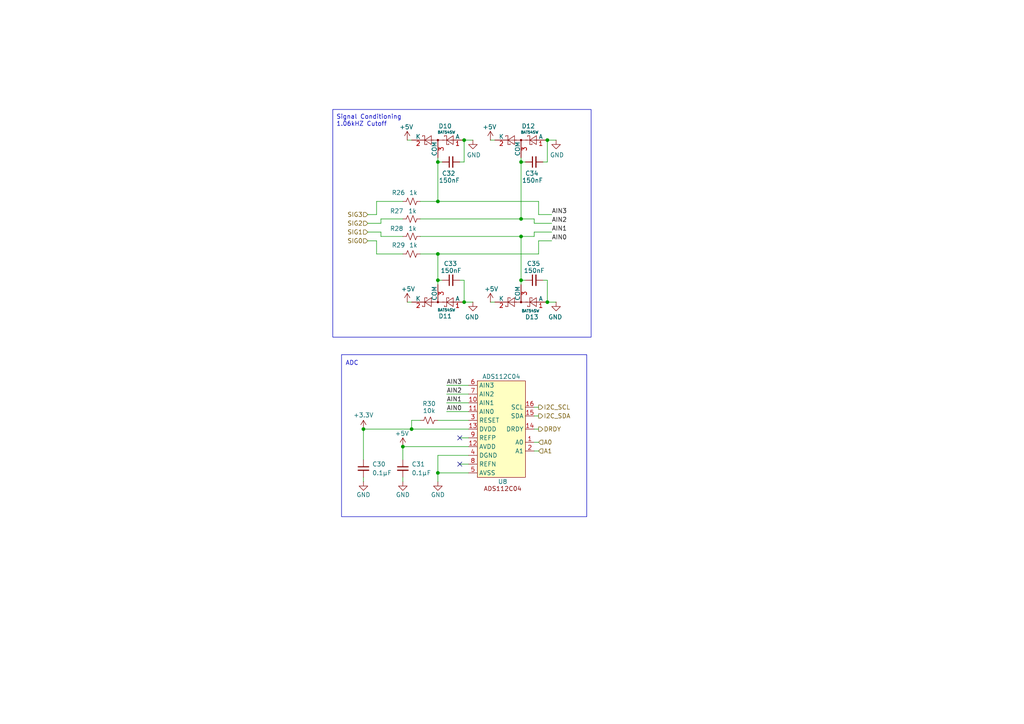
<source format=kicad_sch>
(kicad_sch (version 20250114) (generator "eeschema") (generator_version "9.0")
  (paper "A4")
  (lib_symbols
    (symbol "ADS112C04_1"
      (property "Reference" "U" (at -0.762 -12.7 0))
      (symbol "ADS112C04_1_1_1"
        (rectangle (start -7.62 16.51) (end 6.35 -11.43) (fill (type background)))
        (text "ADS112C04" (at -0.254 -14.732 0) (effects (font (size 1.27 1.27))))
        (pin input line (at -10.16 15.24 0) (length 2.54) (name "AIN3") (number "6"))
        (pin input line (at -10.16 12.7 0) (length 2.54) (name "AIN2") (number "7"))
        (pin input line (at -10.16 10.16 0) (length 2.54) (name "AIN1") (number "10"))
        (pin input line (at -10.16 7.62 0) (length 2.54) (name "AIN0") (number "11"))
        (pin input line (at -10.16 5.08 0) (length 2.54) (name "RESET") (number "3"))
        (pin power_in line (at -10.16 2.54 0) (length 2.54) (name "DVDD") (number "13"))
        (pin input line (at -10.16 0 0) (length 2.54) (name "REFP") (number "9"))
        (pin power_in line (at -10.16 -2.54 0) (length 2.54) (name "AVDD") (number "12"))
        (pin power_in line (at -10.16 -5.08 0) (length 2.54) (name "DGND") (number "4"))
        (pin input line (at -10.16 -7.62 0) (length 2.54) (name "REFN") (number "8"))
        (pin power_in line (at -10.16 -10.16 0) (length 2.54) (name "AVSS") (number "5"))
        (pin input line (at 8.89 8.89 180) (length 2.54) (name "SCL") (number "16"))
        (pin bidirectional line (at 8.89 6.35 180) (length 2.54) (name "SDA") (number "15"))
        (pin output line (at 8.89 2.54 180) (length 2.54) (name "DRDY") (number "14"))
        (pin input line (at 8.89 -1.27 180) (length 2.54) (name "A0") (number "1"))
        (pin input line (at 8.89 -3.81 180) (length 2.54) (name "A1") (number "2"))
      )
    )
    (symbol "Device:C_Small" (pin_numbers (hide yes)) (pin_names (offset 0.254) (hide yes))
      (property "Reference" "C" (at 0.254 1.778 0))
      (property "Value" "C_Small" (at 0.254 -2.032 0))
      (symbol "C_Small_0_1"
        (polyline (pts (xy -1.524 0.508) (xy 1.524 0.508)) (stroke (width 0.3048)))
        (polyline (pts (xy -1.524 -0.508) (xy 1.524 -0.508)) (stroke (width 0.3302)))
      )
      (symbol "C_Small_1_1"
        (pin passive line (at 0 2.54 270) (length 2.032) (name "~") (number "1"))
        (pin passive line (at 0 -2.54 90) (length 2.032) (name "~") (number "2"))
      )
    )
    (symbol "Device:R_Small_US" (pin_numbers (hide yes)) (pin_names (offset 0.254) (hide yes))
      (property "Reference" "R" (at 0.762 0.508 0))
      (property "Value" "R_Small_US" (at 0.762 -1.016 0))
      (symbol "R_Small_US_1_1"
        (polyline (pts (xy 0 1.524) (xy 1.016 1.143) (xy 0 0.762) (xy -1.016 0.381) (xy 0 0)))
        (polyline (pts (xy 0 0) (xy 1.016 -0.381) (xy 0 -0.762) (xy -1.016 -1.143) (xy 0 -1.524)))
        (pin passive line (at 0 2.54 270) (length 1.016) (name "~") (number "1"))
        (pin passive line (at 0 -2.54 90) (length 1.016) (name "~") (number "2"))
      )
    )
    (symbol "Diode:BAT54SW" (pin_names (offset 0))
      (property "Reference" "D" (at 0.635 -3.81 0))
      (property "Value" "BAT54SW" (at -6.35 3.175 0))
      (symbol "BAT54SW_0_1"
        (polyline (pts (xy -4.445 1.27) (xy -4.445 -1.27) (xy -2.54 0) (xy -4.445 1.27)))
        (polyline (pts (xy -3.81 0) (xy -1.27 0)))
        (polyline (pts (xy -3.175 -1.27) (xy -3.175 -1.016)))
        (polyline (pts (xy -2.54 1.27) (xy -1.905 1.27)))
        (polyline (pts (xy -2.54 -1.27) (xy -3.175 -1.27)))
        (polyline (pts (xy -2.54 -1.27) (xy -2.54 1.27)))
        (polyline (pts (xy -1.905 1.27) (xy -1.905 1.016)))
        (polyline (pts (xy -1.905 0) (xy 1.905 0)))
        (circle (center 0 0) (radius 0.254) (fill (type outline)))
        (polyline (pts (xy 1.27 0) (xy 3.81 0)))
        (polyline (pts (xy 1.905 1.27) (xy 1.905 -1.27) (xy 3.81 0) (xy 1.905 1.27)))
        (polyline (pts (xy 3.175 -1.27) (xy 3.175 -1.016)))
        (polyline (pts (xy 3.81 1.27) (xy 4.445 1.27)))
        (polyline (pts (xy 3.81 -1.27) (xy 3.175 -1.27)))
        (polyline (pts (xy 3.81 -1.27) (xy 3.81 1.27)))
        (polyline (pts (xy 4.445 1.27) (xy 4.445 1.016)))
      )
      (symbol "BAT54SW_1_1"
        (pin passive line (at -7.62 0 0) (length 3.81) (name "A") (number "1"))
        (pin passive line (at 0 -5.08 90) (length 5.08) (name "COM") (number "3"))
        (pin passive line (at 7.62 0 180) (length 3.81) (name "K") (number "2"))
      )
    )
    (symbol "power:+3.3V" (power) (pin_numbers (hide yes)) (pin_names (offset 0) (hide yes))
      (property "Value" "+3.3V" (at 0 3.556 0))
      (symbol "+3.3V_0_1"
        (polyline (pts (xy -0.762 1.27) (xy 0 2.54)))
        (polyline (pts (xy 0 2.54) (xy 0.762 1.27)))
        (polyline (pts (xy 0 0) (xy 0 2.54)))
      )
      (symbol "+3.3V_1_1"
        (pin power_in line (at 0 0 90) (length 0) (name "~") (number "1"))
      )
    )
    (symbol "power:GND" (power) (pin_numbers (hide yes)) (pin_names (offset 0) (hide yes))
      (property "Value" "GND" (at 0 -3.81 0))
      (symbol "GND_0_1"
        (polyline (pts (xy 0 0) (xy 0 -1.27) (xy 1.27 -1.27) (xy 0 -2.54) (xy -1.27 -1.27) (xy 0 -1.27)))
      )
      (symbol "GND_1_1"
        (pin power_in line (at 0 0 270) (length 0) (name "~") (number "1"))
      )
    )
  )
  (rectangle (start 96.52 31.75) (end 171.45 97.79))
  (rectangle (start 99.06 102.87) (end 170.18 149.86))
  (text "ADC" (at 102.108 105.41 0) (effects (font (size 1.27 1.27))))
  (text "Signal Conditioning\n1.06kHZ Cutoff" (at 97.536 35.052 0) (effects (font (size 1.27 1.27)) (justify left)))
  (junction (at 158.75 87.63))
  (junction (at 116.84 129.54))
  (junction (at 105.41 124.46))
  (junction (at 151.13 46.99))
  (junction (at 127 58.42))
  (junction (at 119.38 124.46))
  (junction (at 127 137.16))
  (junction (at 127 46.99))
  (junction (at 134.62 87.63))
  (junction (at 158.75 40.64))
  (junction (at 151.13 81.28))
  (junction (at 127 81.28))
  (junction (at 127 73.66))
  (junction (at 134.62 40.64))
  (junction (at 151.13 68.58))
  (junction (at 151.13 63.5))
  (no_connect (at 133.35 127))
  (no_connect (at 133.35 134.62))
  (wire (pts (xy 127 73.66) (xy 127 81.28)))
  (wire (pts (xy 158.75 46.99) (xy 158.75 40.64)))
  (wire (pts (xy 154.94 68.58) (xy 154.94 67.31)))
  (wire (pts (xy 105.41 138.43) (xy 105.41 139.7)))
  (wire (pts (xy 142.24 40.64) (xy 143.51 40.64)))
  (wire (pts (xy 105.41 124.46) (xy 119.38 124.46)))
  (wire (pts (xy 135.89 132.08) (xy 127 132.08)))
  (wire (pts (xy 106.68 64.77) (xy 110.49 64.77)))
  (wire (pts (xy 127 121.92) (xy 135.89 121.92)))
  (wire (pts (xy 127 46.99) (xy 127 45.72)))
  (wire (pts (xy 121.92 121.92) (xy 119.38 121.92)))
  (wire (pts (xy 127 81.28) (xy 127 82.55)))
  (wire (pts (xy 137.16 40.64) (xy 134.62 40.64)))
  (wire (pts (xy 106.68 67.31) (xy 110.49 67.31)))
  (wire (pts (xy 127 132.08) (xy 127 137.16)))
  (wire (pts (xy 134.62 46.99) (xy 133.35 46.99)))
  (wire (pts (xy 116.84 129.54) (xy 135.89 129.54)))
  (wire (pts (xy 129.54 116.84) (xy 135.89 116.84)))
  (wire (pts (xy 152.4 81.28) (xy 151.13 81.28)))
  (wire (pts (xy 129.54 119.38) (xy 135.89 119.38)))
  (wire (pts (xy 156.21 62.23) (xy 160.02 62.23)))
  (wire (pts (xy 121.92 58.42) (xy 127 58.42)))
  (wire (pts (xy 154.94 64.77) (xy 160.02 64.77)))
  (wire (pts (xy 152.4 46.99) (xy 151.13 46.99)))
  (wire (pts (xy 158.75 46.99) (xy 157.48 46.99)))
  (wire (pts (xy 116.84 129.54) (xy 116.84 133.35)))
  (wire (pts (xy 127 46.99) (xy 127 58.42)))
  (wire (pts (xy 154.94 124.46) (xy 156.21 124.46)))
  (wire (pts (xy 156.21 69.85) (xy 160.02 69.85)))
  (wire (pts (xy 154.94 130.81) (xy 156.21 130.81)))
  (wire (pts (xy 110.49 63.5) (xy 116.84 63.5)))
  (wire (pts (xy 156.21 58.42) (xy 156.21 62.23)))
  (wire (pts (xy 109.22 62.23) (xy 109.22 58.42)))
  (wire (pts (xy 128.27 81.28) (xy 127 81.28)))
  (wire (pts (xy 121.92 73.66) (xy 127 73.66)))
  (wire (pts (xy 133.35 134.62) (xy 135.89 134.62)))
  (wire (pts (xy 119.38 124.46) (xy 135.89 124.46)))
  (wire (pts (xy 127 137.16) (xy 127 139.7)))
  (wire (pts (xy 135.89 137.16) (xy 127 137.16)))
  (wire (pts (xy 156.21 73.66) (xy 156.21 69.85)))
  (wire (pts (xy 127 58.42) (xy 156.21 58.42)))
  (wire (pts (xy 110.49 68.58) (xy 116.84 68.58)))
  (wire (pts (xy 129.54 111.76) (xy 135.89 111.76)))
  (wire (pts (xy 119.38 121.92) (xy 119.38 124.46)))
  (wire (pts (xy 128.27 46.99) (xy 127 46.99)))
  (wire (pts (xy 161.29 87.63) (xy 158.75 87.63)))
  (wire (pts (xy 116.84 138.43) (xy 116.84 139.7)))
  (wire (pts (xy 129.54 114.3) (xy 135.89 114.3)))
  (wire (pts (xy 109.22 73.66) (xy 116.84 73.66)))
  (wire (pts (xy 151.13 46.99) (xy 151.13 63.5)))
  (wire (pts (xy 109.22 58.42) (xy 116.84 58.42)))
  (wire (pts (xy 134.62 81.28) (xy 133.35 81.28)))
  (wire (pts (xy 110.49 64.77) (xy 110.49 63.5)))
  (wire (pts (xy 151.13 68.58) (xy 154.94 68.58)))
  (wire (pts (xy 106.68 62.23) (xy 109.22 62.23)))
  (wire (pts (xy 151.13 63.5) (xy 154.94 63.5)))
  (wire (pts (xy 154.94 120.65) (xy 156.21 120.65)))
  (wire (pts (xy 154.94 118.11) (xy 156.21 118.11)))
  (wire (pts (xy 105.41 124.46) (xy 105.41 133.35)))
  (wire (pts (xy 133.35 127) (xy 135.89 127)))
  (wire (pts (xy 110.49 67.31) (xy 110.49 68.58)))
  (wire (pts (xy 106.68 69.85) (xy 109.22 69.85)))
  (wire (pts (xy 151.13 68.58) (xy 151.13 81.28)))
  (wire (pts (xy 127 73.66) (xy 156.21 73.66)))
  (wire (pts (xy 134.62 46.99) (xy 134.62 40.64)))
  (wire (pts (xy 161.29 40.64) (xy 158.75 40.64)))
  (wire (pts (xy 154.94 67.31) (xy 160.02 67.31)))
  (wire (pts (xy 154.94 128.27) (xy 156.21 128.27)))
  (wire (pts (xy 118.11 40.64) (xy 119.38 40.64)))
  (wire (pts (xy 109.22 69.85) (xy 109.22 73.66)))
  (wire (pts (xy 151.13 81.28) (xy 151.13 82.55)))
  (wire (pts (xy 158.75 81.28) (xy 158.75 87.63)))
  (wire (pts (xy 142.24 87.63) (xy 143.51 87.63)))
  (wire (pts (xy 151.13 46.99) (xy 151.13 45.72)))
  (wire (pts (xy 154.94 63.5) (xy 154.94 64.77)))
  (wire (pts (xy 134.62 81.28) (xy 134.62 87.63)))
  (wire (pts (xy 137.16 87.63) (xy 134.62 87.63)))
  (wire (pts (xy 158.75 81.28) (xy 157.48 81.28)))
  (wire (pts (xy 121.92 68.58) (xy 151.13 68.58)))
  (wire (pts (xy 118.11 87.63) (xy 119.38 87.63)))
  (wire (pts (xy 121.92 63.5) (xy 151.13 63.5)))
  (label "AIN0" (at 129.54 119.38 0))
  (label "AIN1" (at 129.54 116.84 0))
  (label "AIN0" (at 160.02 69.85 0))
  (label "AIN2" (at 129.54 114.3 0))
  (label "AIN3" (at 160.02 62.23 0))
  (label "AIN2" (at 160.02 64.77 0))
  (label "AIN1" (at 160.02 67.31 0))
  (label "AIN3" (at 129.54 111.76 0))
  (hierarchical_label "SIG1" (shape input) (at 106.68 67.31 180))
  (hierarchical_label "DRDY" (shape output) (at 156.21 124.46 0))
  (hierarchical_label "I2C_SDA" (shape output) (at 156.21 120.65 0))
  (hierarchical_label "A1" (shape input) (at 156.21 130.81 0))
  (hierarchical_label "SIG0" (shape input) (at 106.68 69.85 180))
  (hierarchical_label "A0" (shape input) (at 156.21 128.27 0))
  (hierarchical_label "SIG3" (shape input) (at 106.68 62.23 180))
  (hierarchical_label "SIG2" (shape input) (at 106.68 64.77 180))
  (hierarchical_label "I2C_SCL" (shape output) (at 156.21 118.11 0))
  (symbol (lib_id "Device:C_Small") (at 116.84 135.89 0) (unit 1)
    (property "Reference" "C25" (at 119.38 134.6262 0) (effects (justify left)))
    (property "Value" "0.1μF" (at 119.38 137.1662 0) (effects (justify left)))
    (property "Footprint" "Capacitor_SMD:C_0402_1005Metric" (effects (hide yes)))
    (property "Description" "Unpolarized capacitor, small symbol" (effects (hide yes)))
    (property "MPN" "CL05B104KO5NNNC" (effects (hide yes)))
    (property "LCSC" "C307331" (effects (hide yes)))
    (instances (project "QRET-ESP32" (path "" (reference "C31") (unit 1)) (path "" (reference "C37") (unit 1)) (path "" (reference "C25") (unit 1))))
  )
  (symbol (lib_id "Device:C_Small") (at 130.81 46.99 90) (unit 1)
    (property "Reference" "C26" (at 132.08 50.292 90) (effects (justify left)))
    (property "Value" "150nF" (at 133.35 52.324 90) (effects (justify left)))
    (property "Footprint" "Capacitor_SMD:C_0402_1005Metric" (effects (hide yes)))
    (property "Description" "Unpolarized capacitor, small symbol" (effects (hide yes)))
    (property "LCSC" "C576725" (effects (hide yes)))
    (instances (project "QRET-ESP32" (path "" (reference "C32") (unit 1)) (path "" (reference "C38") (unit 1)) (path "" (reference "C26") (unit 1))))
  )
  (symbol (lib_id "power:GND") (at 105.41 139.7 0) (unit 1)
    (property "Reference" "#PWR0151" (effects (hide yes)))
    (property "Value" "GND" (at 105.41 143.51 0))
    (property "Description" "Power symbol creates a global label with name \"GND\" , ground" (effects (hide yes)))
    (instances (project "QRET-ESP32" (path "" (reference "#PWR0164") (unit 1)) (path "" (reference "#PWR0177") (unit 1)) (path "" (reference "#PWR0151") (unit 1))))
  )
  (symbol (lib_id "Device:C_Small") (at 105.41 135.89 0) (unit 1)
    (property "Reference" "C24" (at 107.95 134.6262 0) (effects (justify left)))
    (property "Value" "0.1μF" (at 107.95 137.1662 0) (effects (justify left)))
    (property "Footprint" "Capacitor_SMD:C_0402_1005Metric" (effects (hide yes)))
    (property "Description" "Unpolarized capacitor, small symbol" (effects (hide yes)))
    (property "MPN" "CL05B104KO5NNNC" (effects (hide yes)))
    (property "LCSC" "C307331" (effects (hide yes)))
    (instances (project "QRET-ESP32" (path "" (reference "C30") (unit 1)) (path "" (reference "C36") (unit 1)) (path "" (reference "C24") (unit 1))))
  )
  (symbol (lib_name "ADS112C04_1") (lib_id "ADS112C04:ADS112C04") (at 146.05 127 0) (unit 1)
    (property "Reference" "U7" (at 145.796 139.7 0))
    (property "Value" "ADS112C04" (at 145.415 109.22 0))
    (property "Footprint" "Package_SO:TSSOP-16_4.4x5mm_P0.65mm" (effects (hide yes)))
    (property "Datasheet" "kicad-embed://ads112c04.pdf" (effects (hide yes)))
    (property "MPN" "ADS112C04IPWR" (effects (hide yes)))
    (property "LCSC" "C701615" (effects (hide yes)))
    (instances (project "QRET-ESP32" (path "" (reference "U8") (unit 1)) (path "" (reference "U9") (unit 1)) (path "" (reference "U7") (unit 1))))
  )
  (symbol (lib_id "Diode:BAT54SW") (at 127 40.64 0) (mirror y) (unit 1)
    (property "Reference" "D6" (at 131.064 36.576 0) (effects (justify left)))
    (property "Value" "BAT54SW" (at 132.08 38.354 0) (effects (font (size 0.762 0.762)) (justify left)))
    (property "Footprint" "Package_TO_SOT_SMD:SOT-323_SC-70" (effects (hide yes)))
    (property "Datasheet" "https://assets.nexperia.com/documents/data-sheet/BAT54W_SER.pdf" (effects (hide yes)))
    (property "Description" "Vr 30V, If 200mA, Dual schottky barrier diode, in series, SOT-323" (effects (hide yes)))
    (property "LCSC" "C83575" (effects (hide yes)))
    (instances (project "QRET-ESP32" (path "" (reference "D10") (unit 1)) (path "" (reference "D14") (unit 1)) (path "" (reference "D6") (unit 1))))
  )
  (symbol (lib_id "power:+3.3V") (at 118.11 87.63 0) (mirror y) (unit 1)
    (property "Reference" "#PWR0158" (effects (hide yes)))
    (property "Value" "+5V" (at 118.364 83.82 0))
    (property "Description" "Power symbol creates a global label with name \"+3.3V\"" (effects (hide yes)))
    (instances (project "QRET-ESP32" (path "" (reference "#PWR0171") (unit 1)) (path "" (reference "#PWR0184") (unit 1)) (path "" (reference "#PWR0158") (unit 1))))
  )
  (symbol (lib_id "Device:C_Small") (at 154.94 46.99 90) (unit 1)
    (property "Reference" "C28" (at 156.21 50.292 90) (effects (justify left)))
    (property "Value" "150nF" (at 157.48 52.324 90) (effects (justify left)))
    (property "Footprint" "Capacitor_SMD:C_0402_1005Metric" (effects (hide yes)))
    (property "Description" "Unpolarized capacitor, small symbol" (effects (hide yes)))
    (property "LCSC" "C576725" (effects (hide yes)))
    (instances (project "QRET-ESP32" (path "" (reference "C34") (unit 1)) (path "" (reference "C40") (unit 1)) (path "" (reference "C28") (unit 1))))
  )
  (symbol (lib_id "power:GND") (at 137.16 87.63 0) (mirror y) (unit 1)
    (property "Reference" "#PWR0159" (effects (hide yes)))
    (property "Value" "GND" (at 136.906 91.948 0))
    (property "Description" "Power symbol creates a global label with name \"GND\" , ground" (effects (hide yes)))
    (instances (project "QRET-ESP32" (path "" (reference "#PWR0172") (unit 1)) (path "" (reference "#PWR0185") (unit 1)) (path "" (reference "#PWR0159") (unit 1))))
  )
  (symbol (lib_id "power:+3.3V") (at 118.11 40.64 0) (unit 1)
    (property "Reference" "#PWR0161" (effects (hide yes)))
    (property "Value" "+5V" (at 117.856 36.83 0))
    (property "Description" "Power symbol creates a global label with name \"+3.3V\"" (effects (hide yes)))
    (instances (project "QRET-ESP32" (path "" (reference "#PWR0174") (unit 1)) (path "" (reference "#PWR0187") (unit 1)) (path "" (reference "#PWR0161") (unit 1))))
  )
  (symbol (lib_id "power:+3.3V") (at 116.84 129.54 0) (unit 1)
    (property "Reference" "#PWR0153" (effects (hide yes)))
    (property "Value" "+5V" (at 116.586 125.73 0))
    (property "Description" "Power symbol creates a global label with name \"+3.3V\"" (effects (hide yes)))
    (instances (project "QRET-ESP32" (path "" (reference "#PWR0166") (unit 1)) (path "" (reference "#PWR0179") (unit 1)) (path "" (reference "#PWR0153") (unit 1))))
  )
  (symbol (lib_id "Device:R_Small_US") (at 124.46 121.92 90) (unit 1)
    (property "Reference" "R25" (at 124.46 117.094 90))
    (property "Value" "10k" (at 124.46 119.126 90))
    (property "Footprint" "Resistor_SMD:R_0402_1005Metric" (effects (hide yes)))
    (property "Description" "Resistor, small US symbol" (effects (hide yes)))
    (property "LCSC" "C25531" (effects (hide yes)))
    (property "MPN" "0402WGJ0103TCE" (effects (hide yes)))
    (instances (project "QRET-ESP32" (path "" (reference "R30") (unit 1)) (path "" (reference "R35") (unit 1)) (path "" (reference "R25") (unit 1))))
  )
  (symbol (lib_id "Device:R_Small_US") (at 119.38 68.58 90) (unit 1)
    (property "Reference" "R23" (at 115.062 66.294 90))
    (property "Value" "1k" (at 119.634 66.294 90))
    (property "Footprint" "Resistor_SMD:R_0402_1005Metric" (effects (hide yes)))
    (property "Description" "Resistor, small US symbol" (effects (hide yes)))
    (instances (project "QRET-ESP32" (path "" (reference "R28") (unit 1)) (path "" (reference "R33") (unit 1)) (path "" (reference "R23") (unit 1))))
  )
  (symbol (lib_id "Device:R_Small_US") (at 119.38 58.42 90) (unit 1)
    (property "Reference" "R21" (at 115.57 55.88 90))
    (property "Value" "1k" (at 119.888 55.88 90))
    (property "Footprint" "Resistor_SMD:R_0402_1005Metric" (effects (hide yes)))
    (property "Description" "Resistor, small US symbol" (effects (hide yes)))
    (instances (project "QRET-ESP32" (path "" (reference "R26") (unit 1)) (path "" (reference "R31") (unit 1)) (path "" (reference "R21") (unit 1))))
  )
  (symbol (lib_id "power:GND") (at 116.84 139.7 0) (unit 1)
    (property "Reference" "#PWR0152" (effects (hide yes)))
    (property "Value" "GND" (at 116.84 143.51 0))
    (property "Description" "Power symbol creates a global label with name \"GND\" , ground" (effects (hide yes)))
    (instances (project "QRET-ESP32" (path "" (reference "#PWR0165") (unit 1)) (path "" (reference "#PWR0178") (unit 1)) (path "" (reference "#PWR0152") (unit 1))))
  )
  (symbol (lib_id "power:GND") (at 161.29 40.64 0) (unit 1)
    (property "Reference" "#PWR0156" (effects (hide yes)))
    (property "Value" "GND" (at 161.544 44.958 0))
    (property "Description" "Power symbol creates a global label with name \"GND\" , ground" (effects (hide yes)))
    (instances (project "QRET-ESP32" (path "" (reference "#PWR0169") (unit 1)) (path "" (reference "#PWR0182") (unit 1)) (path "" (reference "#PWR0156") (unit 1))))
  )
  (symbol (lib_id "Diode:BAT54SW") (at 151.13 87.63 180) (unit 1)
    (property "Reference" "D9" (at 156.21 91.948 0) (effects (justify left)))
    (property "Value" "BAT54SW" (at 156.464 90.17 0) (effects (font (size 0.762 0.762)) (justify left)))
    (property "Footprint" "Package_TO_SOT_SMD:SOT-323_SC-70" (effects (hide yes)))
    (property "Datasheet" "https://assets.nexperia.com/documents/data-sheet/BAT54W_SER.pdf" (effects (hide yes)))
    (property "Description" "Vr 30V, If 200mA, Dual schottky barrier diode, in series, SOT-323" (effects (hide yes)))
    (property "LCSC" "C83575" (effects (hide yes)))
    (instances (project "QRET-ESP32" (path "" (reference "D13") (unit 1)) (path "" (reference "D17") (unit 1)) (path "" (reference "D9") (unit 1))))
  )
  (symbol (lib_id "Device:R_Small_US") (at 119.38 73.66 90) (unit 1)
    (property "Reference" "R24" (at 115.57 71.12 90))
    (property "Value" "1k" (at 119.888 71.12 90))
    (property "Footprint" "Resistor_SMD:R_0402_1005Metric" (effects (hide yes)))
    (property "Description" "Resistor, small US symbol" (effects (hide yes)))
    (instances (project "QRET-ESP32" (path "" (reference "R29") (unit 1)) (path "" (reference "R34") (unit 1)) (path "" (reference "R24") (unit 1))))
  )
  (symbol (lib_id "power:+3.3V") (at 105.41 124.46 0) (unit 1)
    (property "Reference" "#PWR0150" (effects (hide yes)))
    (property "Value" "+3.3V" (at 105.41 120.396 0))
    (property "Description" "Power symbol creates a global label with name \"+3.3V\"" (effects (hide yes)))
    (instances (project "QRET-ESP32" (path "" (reference "#PWR0163") (unit 1)) (path "" (reference "#PWR0176") (unit 1)) (path "" (reference "#PWR0150") (unit 1))))
  )
  (symbol (lib_id "power:+3.3V") (at 142.24 87.63 0) (mirror y) (unit 1)
    (property "Reference" "#PWR0160" (effects (hide yes)))
    (property "Value" "+5V" (at 142.494 83.82 0))
    (property "Description" "Power symbol creates a global label with name \"+3.3V\"" (effects (hide yes)))
    (instances (project "QRET-ESP32" (path "" (reference "#PWR0173") (unit 1)) (path "" (reference "#PWR0186") (unit 1)) (path "" (reference "#PWR0160") (unit 1))))
  )
  (symbol (lib_id "Diode:BAT54SW") (at 151.13 40.64 0) (mirror y) (unit 1)
    (property "Reference" "D8" (at 155.194 36.576 0) (effects (justify left)))
    (property "Value" "BAT54SW" (at 156.21 38.354 0) (effects (font (size 0.762 0.762)) (justify left)))
    (property "Footprint" "Package_TO_SOT_SMD:SOT-323_SC-70" (effects (hide yes)))
    (property "Datasheet" "https://assets.nexperia.com/documents/data-sheet/BAT54W_SER.pdf" (effects (hide yes)))
    (property "Description" "Vr 30V, If 200mA, Dual schottky barrier diode, in series, SOT-323" (effects (hide yes)))
    (property "LCSC" "C83575" (effects (hide yes)))
    (instances (project "QRET-ESP32" (path "" (reference "D12") (unit 1)) (path "" (reference "D16") (unit 1)) (path "" (reference "D8") (unit 1))))
  )
  (symbol (lib_id "power:+3.3V") (at 142.24 40.64 0) (unit 1)
    (property "Reference" "#PWR0155" (effects (hide yes)))
    (property "Value" "+5V" (at 141.986 36.83 0))
    (property "Description" "Power symbol creates a global label with name \"+3.3V\"" (effects (hide yes)))
    (instances (project "QRET-ESP32" (path "" (reference "#PWR0168") (unit 1)) (path "" (reference "#PWR0181") (unit 1)) (path "" (reference "#PWR0155") (unit 1))))
  )
  (symbol (lib_id "power:GND") (at 161.29 87.63 0) (mirror y) (unit 1)
    (property "Reference" "#PWR0157" (effects (hide yes)))
    (property "Value" "GND" (at 161.036 91.948 0))
    (property "Description" "Power symbol creates a global label with name \"GND\" , ground" (effects (hide yes)))
    (instances (project "QRET-ESP32" (path "" (reference "#PWR0170") (unit 1)) (path "" (reference "#PWR0183") (unit 1)) (path "" (reference "#PWR0157") (unit 1))))
  )
  (symbol (lib_id "Device:C_Small") (at 154.94 81.28 90) (unit 1)
    (property "Reference" "C29" (at 156.718 76.454 90) (effects (justify left)))
    (property "Value" "150nF" (at 157.988 78.486 90) (effects (justify left)))
    (property "Footprint" "Capacitor_SMD:C_0402_1005Metric" (effects (hide yes)))
    (property "Description" "Unpolarized capacitor, small symbol" (effects (hide yes)))
    (property "LCSC" "C576725" (effects (hide yes)))
    (instances (project "QRET-ESP32" (path "" (reference "C35") (unit 1)) (path "" (reference "C41") (unit 1)) (path "" (reference "C29") (unit 1))))
  )
  (symbol (lib_id "power:GND") (at 127 139.7 0) (unit 1)
    (property "Reference" "#PWR0149" (effects (hide yes)))
    (property "Value" "GND" (at 127 143.51 0))
    (property "Description" "Power symbol creates a global label with name \"GND\" , ground" (effects (hide yes)))
    (instances (project "QRET-ESP32" (path "" (reference "#PWR0162") (unit 1)) (path "" (reference "#PWR0175") (unit 1)) (path "" (reference "#PWR0149") (unit 1))))
  )
  (symbol (lib_id "Diode:BAT54SW") (at 127 87.63 180) (unit 1)
    (property "Reference" "D7" (at 131.064 91.694 0) (effects (justify left)))
    (property "Value" "BAT54SW" (at 132.08 89.916 0) (effects (font (size 0.762 0.762)) (justify left)))
    (property "Footprint" "Package_TO_SOT_SMD:SOT-323_SC-70" (effects (hide yes)))
    (property "Datasheet" "https://assets.nexperia.com/documents/data-sheet/BAT54W_SER.pdf" (effects (hide yes)))
    (property "Description" "Vr 30V, If 200mA, Dual schottky barrier diode, in series, SOT-323" (effects (hide yes)))
    (property "LCSC" "C83575" (effects (hide yes)))
    (instances (project "QRET-ESP32" (path "" (reference "D11") (unit 1)) (path "" (reference "D15") (unit 1)) (path "" (reference "D7") (unit 1))))
  )
  (symbol (lib_id "Device:R_Small_US") (at 119.38 63.5 90) (unit 1)
    (property "Reference" "R22" (at 115.062 61.214 90))
    (property "Value" "1k" (at 119.634 61.214 90))
    (property "Footprint" "Resistor_SMD:R_0402_1005Metric" (effects (hide yes)))
    (property "Description" "Resistor, small US symbol" (effects (hide yes)))
    (instances (project "QRET-ESP32" (path "" (reference "R27") (unit 1)) (path "" (reference "R32") (unit 1)) (path "" (reference "R22") (unit 1))))
  )
  (symbol (lib_id "Device:C_Small") (at 130.81 81.28 90) (unit 1)
    (property "Reference" "C27" (at 132.588 76.454 90) (effects (justify left)))
    (property "Value" "150nF" (at 133.858 78.486 90) (effects (justify left)))
    (property "Footprint" "Capacitor_SMD:C_0402_1005Metric" (effects (hide yes)))
    (property "Description" "Unpolarized capacitor, small symbol" (effects (hide yes)))
    (property "LCSC" "C576725" (effects (hide yes)))
    (instances (project "QRET-ESP32" (path "" (reference "C33") (unit 1)) (path "" (reference "C39") (unit 1)) (path "" (reference "C27") (unit 1))))
  )
  (symbol (lib_id "power:GND") (at 137.16 40.64 0) (unit 1)
    (property "Reference" "#PWR0154" (effects (hide yes)))
    (property "Value" "GND" (at 137.414 44.958 0))
    (property "Description" "Power symbol creates a global label with name \"GND\" , ground" (effects (hide yes)))
    (instances (project "QRET-ESP32" (path "" (reference "#PWR0167") (unit 1)) (path "" (reference "#PWR0180") (unit 1)) (path "" (reference "#PWR0154") (unit 1))))
  )
)
</source>
